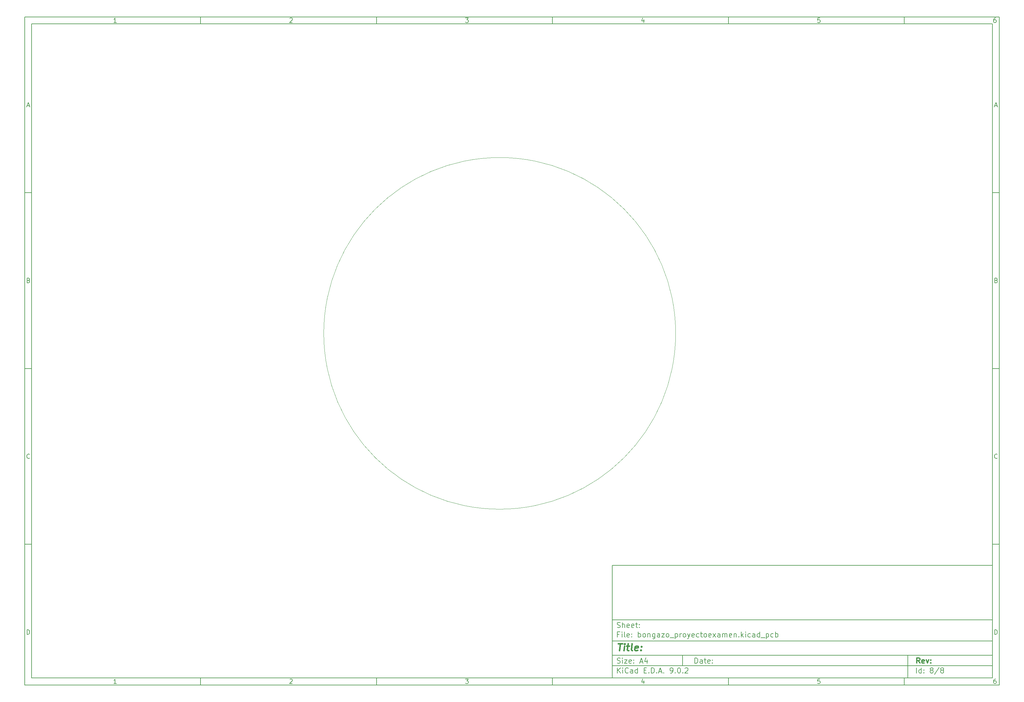
<source format=gbr>
%TF.GenerationSoftware,KiCad,Pcbnew,9.0.2*%
%TF.CreationDate,2025-06-20T15:30:42-04:00*%
%TF.ProjectId,bongazo_proyectoexamen,626f6e67-617a-46f5-9f70-726f79656374,rev?*%
%TF.SameCoordinates,Original*%
%TF.FileFunction,Profile,NP*%
%FSLAX46Y46*%
G04 Gerber Fmt 4.6, Leading zero omitted, Abs format (unit mm)*
G04 Created by KiCad (PCBNEW 9.0.2) date 2025-06-20 15:30:42*
%MOMM*%
%LPD*%
G01*
G04 APERTURE LIST*
%ADD10C,0.100000*%
%ADD11C,0.150000*%
%ADD12C,0.300000*%
%ADD13C,0.400000*%
%TA.AperFunction,Profile*%
%ADD14C,0.050000*%
%TD*%
G04 APERTURE END LIST*
D10*
D11*
X177002200Y-166007200D02*
X285002200Y-166007200D01*
X285002200Y-198007200D01*
X177002200Y-198007200D01*
X177002200Y-166007200D01*
D10*
D11*
X10000000Y-10000000D02*
X287002200Y-10000000D01*
X287002200Y-200007200D01*
X10000000Y-200007200D01*
X10000000Y-10000000D01*
D10*
D11*
X12000000Y-12000000D02*
X285002200Y-12000000D01*
X285002200Y-198007200D01*
X12000000Y-198007200D01*
X12000000Y-12000000D01*
D10*
D11*
X60000000Y-12000000D02*
X60000000Y-10000000D01*
D10*
D11*
X110000000Y-12000000D02*
X110000000Y-10000000D01*
D10*
D11*
X160000000Y-12000000D02*
X160000000Y-10000000D01*
D10*
D11*
X210000000Y-12000000D02*
X210000000Y-10000000D01*
D10*
D11*
X260000000Y-12000000D02*
X260000000Y-10000000D01*
D10*
D11*
X36089160Y-11593604D02*
X35346303Y-11593604D01*
X35717731Y-11593604D02*
X35717731Y-10293604D01*
X35717731Y-10293604D02*
X35593922Y-10479319D01*
X35593922Y-10479319D02*
X35470112Y-10603128D01*
X35470112Y-10603128D02*
X35346303Y-10665033D01*
D10*
D11*
X85346303Y-10417414D02*
X85408207Y-10355509D01*
X85408207Y-10355509D02*
X85532017Y-10293604D01*
X85532017Y-10293604D02*
X85841541Y-10293604D01*
X85841541Y-10293604D02*
X85965350Y-10355509D01*
X85965350Y-10355509D02*
X86027255Y-10417414D01*
X86027255Y-10417414D02*
X86089160Y-10541223D01*
X86089160Y-10541223D02*
X86089160Y-10665033D01*
X86089160Y-10665033D02*
X86027255Y-10850747D01*
X86027255Y-10850747D02*
X85284398Y-11593604D01*
X85284398Y-11593604D02*
X86089160Y-11593604D01*
D10*
D11*
X135284398Y-10293604D02*
X136089160Y-10293604D01*
X136089160Y-10293604D02*
X135655826Y-10788842D01*
X135655826Y-10788842D02*
X135841541Y-10788842D01*
X135841541Y-10788842D02*
X135965350Y-10850747D01*
X135965350Y-10850747D02*
X136027255Y-10912652D01*
X136027255Y-10912652D02*
X136089160Y-11036461D01*
X136089160Y-11036461D02*
X136089160Y-11345985D01*
X136089160Y-11345985D02*
X136027255Y-11469795D01*
X136027255Y-11469795D02*
X135965350Y-11531700D01*
X135965350Y-11531700D02*
X135841541Y-11593604D01*
X135841541Y-11593604D02*
X135470112Y-11593604D01*
X135470112Y-11593604D02*
X135346303Y-11531700D01*
X135346303Y-11531700D02*
X135284398Y-11469795D01*
D10*
D11*
X185965350Y-10726938D02*
X185965350Y-11593604D01*
X185655826Y-10231700D02*
X185346303Y-11160271D01*
X185346303Y-11160271D02*
X186151064Y-11160271D01*
D10*
D11*
X236027255Y-10293604D02*
X235408207Y-10293604D01*
X235408207Y-10293604D02*
X235346303Y-10912652D01*
X235346303Y-10912652D02*
X235408207Y-10850747D01*
X235408207Y-10850747D02*
X235532017Y-10788842D01*
X235532017Y-10788842D02*
X235841541Y-10788842D01*
X235841541Y-10788842D02*
X235965350Y-10850747D01*
X235965350Y-10850747D02*
X236027255Y-10912652D01*
X236027255Y-10912652D02*
X236089160Y-11036461D01*
X236089160Y-11036461D02*
X236089160Y-11345985D01*
X236089160Y-11345985D02*
X236027255Y-11469795D01*
X236027255Y-11469795D02*
X235965350Y-11531700D01*
X235965350Y-11531700D02*
X235841541Y-11593604D01*
X235841541Y-11593604D02*
X235532017Y-11593604D01*
X235532017Y-11593604D02*
X235408207Y-11531700D01*
X235408207Y-11531700D02*
X235346303Y-11469795D01*
D10*
D11*
X285965350Y-10293604D02*
X285717731Y-10293604D01*
X285717731Y-10293604D02*
X285593922Y-10355509D01*
X285593922Y-10355509D02*
X285532017Y-10417414D01*
X285532017Y-10417414D02*
X285408207Y-10603128D01*
X285408207Y-10603128D02*
X285346303Y-10850747D01*
X285346303Y-10850747D02*
X285346303Y-11345985D01*
X285346303Y-11345985D02*
X285408207Y-11469795D01*
X285408207Y-11469795D02*
X285470112Y-11531700D01*
X285470112Y-11531700D02*
X285593922Y-11593604D01*
X285593922Y-11593604D02*
X285841541Y-11593604D01*
X285841541Y-11593604D02*
X285965350Y-11531700D01*
X285965350Y-11531700D02*
X286027255Y-11469795D01*
X286027255Y-11469795D02*
X286089160Y-11345985D01*
X286089160Y-11345985D02*
X286089160Y-11036461D01*
X286089160Y-11036461D02*
X286027255Y-10912652D01*
X286027255Y-10912652D02*
X285965350Y-10850747D01*
X285965350Y-10850747D02*
X285841541Y-10788842D01*
X285841541Y-10788842D02*
X285593922Y-10788842D01*
X285593922Y-10788842D02*
X285470112Y-10850747D01*
X285470112Y-10850747D02*
X285408207Y-10912652D01*
X285408207Y-10912652D02*
X285346303Y-11036461D01*
D10*
D11*
X60000000Y-198007200D02*
X60000000Y-200007200D01*
D10*
D11*
X110000000Y-198007200D02*
X110000000Y-200007200D01*
D10*
D11*
X160000000Y-198007200D02*
X160000000Y-200007200D01*
D10*
D11*
X210000000Y-198007200D02*
X210000000Y-200007200D01*
D10*
D11*
X260000000Y-198007200D02*
X260000000Y-200007200D01*
D10*
D11*
X36089160Y-199600804D02*
X35346303Y-199600804D01*
X35717731Y-199600804D02*
X35717731Y-198300804D01*
X35717731Y-198300804D02*
X35593922Y-198486519D01*
X35593922Y-198486519D02*
X35470112Y-198610328D01*
X35470112Y-198610328D02*
X35346303Y-198672233D01*
D10*
D11*
X85346303Y-198424614D02*
X85408207Y-198362709D01*
X85408207Y-198362709D02*
X85532017Y-198300804D01*
X85532017Y-198300804D02*
X85841541Y-198300804D01*
X85841541Y-198300804D02*
X85965350Y-198362709D01*
X85965350Y-198362709D02*
X86027255Y-198424614D01*
X86027255Y-198424614D02*
X86089160Y-198548423D01*
X86089160Y-198548423D02*
X86089160Y-198672233D01*
X86089160Y-198672233D02*
X86027255Y-198857947D01*
X86027255Y-198857947D02*
X85284398Y-199600804D01*
X85284398Y-199600804D02*
X86089160Y-199600804D01*
D10*
D11*
X135284398Y-198300804D02*
X136089160Y-198300804D01*
X136089160Y-198300804D02*
X135655826Y-198796042D01*
X135655826Y-198796042D02*
X135841541Y-198796042D01*
X135841541Y-198796042D02*
X135965350Y-198857947D01*
X135965350Y-198857947D02*
X136027255Y-198919852D01*
X136027255Y-198919852D02*
X136089160Y-199043661D01*
X136089160Y-199043661D02*
X136089160Y-199353185D01*
X136089160Y-199353185D02*
X136027255Y-199476995D01*
X136027255Y-199476995D02*
X135965350Y-199538900D01*
X135965350Y-199538900D02*
X135841541Y-199600804D01*
X135841541Y-199600804D02*
X135470112Y-199600804D01*
X135470112Y-199600804D02*
X135346303Y-199538900D01*
X135346303Y-199538900D02*
X135284398Y-199476995D01*
D10*
D11*
X185965350Y-198734138D02*
X185965350Y-199600804D01*
X185655826Y-198238900D02*
X185346303Y-199167471D01*
X185346303Y-199167471D02*
X186151064Y-199167471D01*
D10*
D11*
X236027255Y-198300804D02*
X235408207Y-198300804D01*
X235408207Y-198300804D02*
X235346303Y-198919852D01*
X235346303Y-198919852D02*
X235408207Y-198857947D01*
X235408207Y-198857947D02*
X235532017Y-198796042D01*
X235532017Y-198796042D02*
X235841541Y-198796042D01*
X235841541Y-198796042D02*
X235965350Y-198857947D01*
X235965350Y-198857947D02*
X236027255Y-198919852D01*
X236027255Y-198919852D02*
X236089160Y-199043661D01*
X236089160Y-199043661D02*
X236089160Y-199353185D01*
X236089160Y-199353185D02*
X236027255Y-199476995D01*
X236027255Y-199476995D02*
X235965350Y-199538900D01*
X235965350Y-199538900D02*
X235841541Y-199600804D01*
X235841541Y-199600804D02*
X235532017Y-199600804D01*
X235532017Y-199600804D02*
X235408207Y-199538900D01*
X235408207Y-199538900D02*
X235346303Y-199476995D01*
D10*
D11*
X285965350Y-198300804D02*
X285717731Y-198300804D01*
X285717731Y-198300804D02*
X285593922Y-198362709D01*
X285593922Y-198362709D02*
X285532017Y-198424614D01*
X285532017Y-198424614D02*
X285408207Y-198610328D01*
X285408207Y-198610328D02*
X285346303Y-198857947D01*
X285346303Y-198857947D02*
X285346303Y-199353185D01*
X285346303Y-199353185D02*
X285408207Y-199476995D01*
X285408207Y-199476995D02*
X285470112Y-199538900D01*
X285470112Y-199538900D02*
X285593922Y-199600804D01*
X285593922Y-199600804D02*
X285841541Y-199600804D01*
X285841541Y-199600804D02*
X285965350Y-199538900D01*
X285965350Y-199538900D02*
X286027255Y-199476995D01*
X286027255Y-199476995D02*
X286089160Y-199353185D01*
X286089160Y-199353185D02*
X286089160Y-199043661D01*
X286089160Y-199043661D02*
X286027255Y-198919852D01*
X286027255Y-198919852D02*
X285965350Y-198857947D01*
X285965350Y-198857947D02*
X285841541Y-198796042D01*
X285841541Y-198796042D02*
X285593922Y-198796042D01*
X285593922Y-198796042D02*
X285470112Y-198857947D01*
X285470112Y-198857947D02*
X285408207Y-198919852D01*
X285408207Y-198919852D02*
X285346303Y-199043661D01*
D10*
D11*
X10000000Y-60000000D02*
X12000000Y-60000000D01*
D10*
D11*
X10000000Y-110000000D02*
X12000000Y-110000000D01*
D10*
D11*
X10000000Y-160000000D02*
X12000000Y-160000000D01*
D10*
D11*
X10690476Y-35222176D02*
X11309523Y-35222176D01*
X10566666Y-35593604D02*
X10999999Y-34293604D01*
X10999999Y-34293604D02*
X11433333Y-35593604D01*
D10*
D11*
X11092857Y-84912652D02*
X11278571Y-84974557D01*
X11278571Y-84974557D02*
X11340476Y-85036461D01*
X11340476Y-85036461D02*
X11402380Y-85160271D01*
X11402380Y-85160271D02*
X11402380Y-85345985D01*
X11402380Y-85345985D02*
X11340476Y-85469795D01*
X11340476Y-85469795D02*
X11278571Y-85531700D01*
X11278571Y-85531700D02*
X11154761Y-85593604D01*
X11154761Y-85593604D02*
X10659523Y-85593604D01*
X10659523Y-85593604D02*
X10659523Y-84293604D01*
X10659523Y-84293604D02*
X11092857Y-84293604D01*
X11092857Y-84293604D02*
X11216666Y-84355509D01*
X11216666Y-84355509D02*
X11278571Y-84417414D01*
X11278571Y-84417414D02*
X11340476Y-84541223D01*
X11340476Y-84541223D02*
X11340476Y-84665033D01*
X11340476Y-84665033D02*
X11278571Y-84788842D01*
X11278571Y-84788842D02*
X11216666Y-84850747D01*
X11216666Y-84850747D02*
X11092857Y-84912652D01*
X11092857Y-84912652D02*
X10659523Y-84912652D01*
D10*
D11*
X11402380Y-135469795D02*
X11340476Y-135531700D01*
X11340476Y-135531700D02*
X11154761Y-135593604D01*
X11154761Y-135593604D02*
X11030952Y-135593604D01*
X11030952Y-135593604D02*
X10845238Y-135531700D01*
X10845238Y-135531700D02*
X10721428Y-135407890D01*
X10721428Y-135407890D02*
X10659523Y-135284080D01*
X10659523Y-135284080D02*
X10597619Y-135036461D01*
X10597619Y-135036461D02*
X10597619Y-134850747D01*
X10597619Y-134850747D02*
X10659523Y-134603128D01*
X10659523Y-134603128D02*
X10721428Y-134479319D01*
X10721428Y-134479319D02*
X10845238Y-134355509D01*
X10845238Y-134355509D02*
X11030952Y-134293604D01*
X11030952Y-134293604D02*
X11154761Y-134293604D01*
X11154761Y-134293604D02*
X11340476Y-134355509D01*
X11340476Y-134355509D02*
X11402380Y-134417414D01*
D10*
D11*
X10659523Y-185593604D02*
X10659523Y-184293604D01*
X10659523Y-184293604D02*
X10969047Y-184293604D01*
X10969047Y-184293604D02*
X11154761Y-184355509D01*
X11154761Y-184355509D02*
X11278571Y-184479319D01*
X11278571Y-184479319D02*
X11340476Y-184603128D01*
X11340476Y-184603128D02*
X11402380Y-184850747D01*
X11402380Y-184850747D02*
X11402380Y-185036461D01*
X11402380Y-185036461D02*
X11340476Y-185284080D01*
X11340476Y-185284080D02*
X11278571Y-185407890D01*
X11278571Y-185407890D02*
X11154761Y-185531700D01*
X11154761Y-185531700D02*
X10969047Y-185593604D01*
X10969047Y-185593604D02*
X10659523Y-185593604D01*
D10*
D11*
X287002200Y-60000000D02*
X285002200Y-60000000D01*
D10*
D11*
X287002200Y-110000000D02*
X285002200Y-110000000D01*
D10*
D11*
X287002200Y-160000000D02*
X285002200Y-160000000D01*
D10*
D11*
X285692676Y-35222176D02*
X286311723Y-35222176D01*
X285568866Y-35593604D02*
X286002199Y-34293604D01*
X286002199Y-34293604D02*
X286435533Y-35593604D01*
D10*
D11*
X286095057Y-84912652D02*
X286280771Y-84974557D01*
X286280771Y-84974557D02*
X286342676Y-85036461D01*
X286342676Y-85036461D02*
X286404580Y-85160271D01*
X286404580Y-85160271D02*
X286404580Y-85345985D01*
X286404580Y-85345985D02*
X286342676Y-85469795D01*
X286342676Y-85469795D02*
X286280771Y-85531700D01*
X286280771Y-85531700D02*
X286156961Y-85593604D01*
X286156961Y-85593604D02*
X285661723Y-85593604D01*
X285661723Y-85593604D02*
X285661723Y-84293604D01*
X285661723Y-84293604D02*
X286095057Y-84293604D01*
X286095057Y-84293604D02*
X286218866Y-84355509D01*
X286218866Y-84355509D02*
X286280771Y-84417414D01*
X286280771Y-84417414D02*
X286342676Y-84541223D01*
X286342676Y-84541223D02*
X286342676Y-84665033D01*
X286342676Y-84665033D02*
X286280771Y-84788842D01*
X286280771Y-84788842D02*
X286218866Y-84850747D01*
X286218866Y-84850747D02*
X286095057Y-84912652D01*
X286095057Y-84912652D02*
X285661723Y-84912652D01*
D10*
D11*
X286404580Y-135469795D02*
X286342676Y-135531700D01*
X286342676Y-135531700D02*
X286156961Y-135593604D01*
X286156961Y-135593604D02*
X286033152Y-135593604D01*
X286033152Y-135593604D02*
X285847438Y-135531700D01*
X285847438Y-135531700D02*
X285723628Y-135407890D01*
X285723628Y-135407890D02*
X285661723Y-135284080D01*
X285661723Y-135284080D02*
X285599819Y-135036461D01*
X285599819Y-135036461D02*
X285599819Y-134850747D01*
X285599819Y-134850747D02*
X285661723Y-134603128D01*
X285661723Y-134603128D02*
X285723628Y-134479319D01*
X285723628Y-134479319D02*
X285847438Y-134355509D01*
X285847438Y-134355509D02*
X286033152Y-134293604D01*
X286033152Y-134293604D02*
X286156961Y-134293604D01*
X286156961Y-134293604D02*
X286342676Y-134355509D01*
X286342676Y-134355509D02*
X286404580Y-134417414D01*
D10*
D11*
X285661723Y-185593604D02*
X285661723Y-184293604D01*
X285661723Y-184293604D02*
X285971247Y-184293604D01*
X285971247Y-184293604D02*
X286156961Y-184355509D01*
X286156961Y-184355509D02*
X286280771Y-184479319D01*
X286280771Y-184479319D02*
X286342676Y-184603128D01*
X286342676Y-184603128D02*
X286404580Y-184850747D01*
X286404580Y-184850747D02*
X286404580Y-185036461D01*
X286404580Y-185036461D02*
X286342676Y-185284080D01*
X286342676Y-185284080D02*
X286280771Y-185407890D01*
X286280771Y-185407890D02*
X286156961Y-185531700D01*
X286156961Y-185531700D02*
X285971247Y-185593604D01*
X285971247Y-185593604D02*
X285661723Y-185593604D01*
D10*
D11*
X200458026Y-193793328D02*
X200458026Y-192293328D01*
X200458026Y-192293328D02*
X200815169Y-192293328D01*
X200815169Y-192293328D02*
X201029455Y-192364757D01*
X201029455Y-192364757D02*
X201172312Y-192507614D01*
X201172312Y-192507614D02*
X201243741Y-192650471D01*
X201243741Y-192650471D02*
X201315169Y-192936185D01*
X201315169Y-192936185D02*
X201315169Y-193150471D01*
X201315169Y-193150471D02*
X201243741Y-193436185D01*
X201243741Y-193436185D02*
X201172312Y-193579042D01*
X201172312Y-193579042D02*
X201029455Y-193721900D01*
X201029455Y-193721900D02*
X200815169Y-193793328D01*
X200815169Y-193793328D02*
X200458026Y-193793328D01*
X202600884Y-193793328D02*
X202600884Y-193007614D01*
X202600884Y-193007614D02*
X202529455Y-192864757D01*
X202529455Y-192864757D02*
X202386598Y-192793328D01*
X202386598Y-192793328D02*
X202100884Y-192793328D01*
X202100884Y-192793328D02*
X201958026Y-192864757D01*
X202600884Y-193721900D02*
X202458026Y-193793328D01*
X202458026Y-193793328D02*
X202100884Y-193793328D01*
X202100884Y-193793328D02*
X201958026Y-193721900D01*
X201958026Y-193721900D02*
X201886598Y-193579042D01*
X201886598Y-193579042D02*
X201886598Y-193436185D01*
X201886598Y-193436185D02*
X201958026Y-193293328D01*
X201958026Y-193293328D02*
X202100884Y-193221900D01*
X202100884Y-193221900D02*
X202458026Y-193221900D01*
X202458026Y-193221900D02*
X202600884Y-193150471D01*
X203100884Y-192793328D02*
X203672312Y-192793328D01*
X203315169Y-192293328D02*
X203315169Y-193579042D01*
X203315169Y-193579042D02*
X203386598Y-193721900D01*
X203386598Y-193721900D02*
X203529455Y-193793328D01*
X203529455Y-193793328D02*
X203672312Y-193793328D01*
X204743741Y-193721900D02*
X204600884Y-193793328D01*
X204600884Y-193793328D02*
X204315170Y-193793328D01*
X204315170Y-193793328D02*
X204172312Y-193721900D01*
X204172312Y-193721900D02*
X204100884Y-193579042D01*
X204100884Y-193579042D02*
X204100884Y-193007614D01*
X204100884Y-193007614D02*
X204172312Y-192864757D01*
X204172312Y-192864757D02*
X204315170Y-192793328D01*
X204315170Y-192793328D02*
X204600884Y-192793328D01*
X204600884Y-192793328D02*
X204743741Y-192864757D01*
X204743741Y-192864757D02*
X204815170Y-193007614D01*
X204815170Y-193007614D02*
X204815170Y-193150471D01*
X204815170Y-193150471D02*
X204100884Y-193293328D01*
X205458026Y-193650471D02*
X205529455Y-193721900D01*
X205529455Y-193721900D02*
X205458026Y-193793328D01*
X205458026Y-193793328D02*
X205386598Y-193721900D01*
X205386598Y-193721900D02*
X205458026Y-193650471D01*
X205458026Y-193650471D02*
X205458026Y-193793328D01*
X205458026Y-192864757D02*
X205529455Y-192936185D01*
X205529455Y-192936185D02*
X205458026Y-193007614D01*
X205458026Y-193007614D02*
X205386598Y-192936185D01*
X205386598Y-192936185D02*
X205458026Y-192864757D01*
X205458026Y-192864757D02*
X205458026Y-193007614D01*
D10*
D11*
X177002200Y-194507200D02*
X285002200Y-194507200D01*
D10*
D11*
X178458026Y-196593328D02*
X178458026Y-195093328D01*
X179315169Y-196593328D02*
X178672312Y-195736185D01*
X179315169Y-195093328D02*
X178458026Y-195950471D01*
X179958026Y-196593328D02*
X179958026Y-195593328D01*
X179958026Y-195093328D02*
X179886598Y-195164757D01*
X179886598Y-195164757D02*
X179958026Y-195236185D01*
X179958026Y-195236185D02*
X180029455Y-195164757D01*
X180029455Y-195164757D02*
X179958026Y-195093328D01*
X179958026Y-195093328D02*
X179958026Y-195236185D01*
X181529455Y-196450471D02*
X181458027Y-196521900D01*
X181458027Y-196521900D02*
X181243741Y-196593328D01*
X181243741Y-196593328D02*
X181100884Y-196593328D01*
X181100884Y-196593328D02*
X180886598Y-196521900D01*
X180886598Y-196521900D02*
X180743741Y-196379042D01*
X180743741Y-196379042D02*
X180672312Y-196236185D01*
X180672312Y-196236185D02*
X180600884Y-195950471D01*
X180600884Y-195950471D02*
X180600884Y-195736185D01*
X180600884Y-195736185D02*
X180672312Y-195450471D01*
X180672312Y-195450471D02*
X180743741Y-195307614D01*
X180743741Y-195307614D02*
X180886598Y-195164757D01*
X180886598Y-195164757D02*
X181100884Y-195093328D01*
X181100884Y-195093328D02*
X181243741Y-195093328D01*
X181243741Y-195093328D02*
X181458027Y-195164757D01*
X181458027Y-195164757D02*
X181529455Y-195236185D01*
X182815170Y-196593328D02*
X182815170Y-195807614D01*
X182815170Y-195807614D02*
X182743741Y-195664757D01*
X182743741Y-195664757D02*
X182600884Y-195593328D01*
X182600884Y-195593328D02*
X182315170Y-195593328D01*
X182315170Y-195593328D02*
X182172312Y-195664757D01*
X182815170Y-196521900D02*
X182672312Y-196593328D01*
X182672312Y-196593328D02*
X182315170Y-196593328D01*
X182315170Y-196593328D02*
X182172312Y-196521900D01*
X182172312Y-196521900D02*
X182100884Y-196379042D01*
X182100884Y-196379042D02*
X182100884Y-196236185D01*
X182100884Y-196236185D02*
X182172312Y-196093328D01*
X182172312Y-196093328D02*
X182315170Y-196021900D01*
X182315170Y-196021900D02*
X182672312Y-196021900D01*
X182672312Y-196021900D02*
X182815170Y-195950471D01*
X184172313Y-196593328D02*
X184172313Y-195093328D01*
X184172313Y-196521900D02*
X184029455Y-196593328D01*
X184029455Y-196593328D02*
X183743741Y-196593328D01*
X183743741Y-196593328D02*
X183600884Y-196521900D01*
X183600884Y-196521900D02*
X183529455Y-196450471D01*
X183529455Y-196450471D02*
X183458027Y-196307614D01*
X183458027Y-196307614D02*
X183458027Y-195879042D01*
X183458027Y-195879042D02*
X183529455Y-195736185D01*
X183529455Y-195736185D02*
X183600884Y-195664757D01*
X183600884Y-195664757D02*
X183743741Y-195593328D01*
X183743741Y-195593328D02*
X184029455Y-195593328D01*
X184029455Y-195593328D02*
X184172313Y-195664757D01*
X186029455Y-195807614D02*
X186529455Y-195807614D01*
X186743741Y-196593328D02*
X186029455Y-196593328D01*
X186029455Y-196593328D02*
X186029455Y-195093328D01*
X186029455Y-195093328D02*
X186743741Y-195093328D01*
X187386598Y-196450471D02*
X187458027Y-196521900D01*
X187458027Y-196521900D02*
X187386598Y-196593328D01*
X187386598Y-196593328D02*
X187315170Y-196521900D01*
X187315170Y-196521900D02*
X187386598Y-196450471D01*
X187386598Y-196450471D02*
X187386598Y-196593328D01*
X188100884Y-196593328D02*
X188100884Y-195093328D01*
X188100884Y-195093328D02*
X188458027Y-195093328D01*
X188458027Y-195093328D02*
X188672313Y-195164757D01*
X188672313Y-195164757D02*
X188815170Y-195307614D01*
X188815170Y-195307614D02*
X188886599Y-195450471D01*
X188886599Y-195450471D02*
X188958027Y-195736185D01*
X188958027Y-195736185D02*
X188958027Y-195950471D01*
X188958027Y-195950471D02*
X188886599Y-196236185D01*
X188886599Y-196236185D02*
X188815170Y-196379042D01*
X188815170Y-196379042D02*
X188672313Y-196521900D01*
X188672313Y-196521900D02*
X188458027Y-196593328D01*
X188458027Y-196593328D02*
X188100884Y-196593328D01*
X189600884Y-196450471D02*
X189672313Y-196521900D01*
X189672313Y-196521900D02*
X189600884Y-196593328D01*
X189600884Y-196593328D02*
X189529456Y-196521900D01*
X189529456Y-196521900D02*
X189600884Y-196450471D01*
X189600884Y-196450471D02*
X189600884Y-196593328D01*
X190243742Y-196164757D02*
X190958028Y-196164757D01*
X190100885Y-196593328D02*
X190600885Y-195093328D01*
X190600885Y-195093328D02*
X191100885Y-196593328D01*
X191600884Y-196450471D02*
X191672313Y-196521900D01*
X191672313Y-196521900D02*
X191600884Y-196593328D01*
X191600884Y-196593328D02*
X191529456Y-196521900D01*
X191529456Y-196521900D02*
X191600884Y-196450471D01*
X191600884Y-196450471D02*
X191600884Y-196593328D01*
X193529456Y-196593328D02*
X193815170Y-196593328D01*
X193815170Y-196593328D02*
X193958027Y-196521900D01*
X193958027Y-196521900D02*
X194029456Y-196450471D01*
X194029456Y-196450471D02*
X194172313Y-196236185D01*
X194172313Y-196236185D02*
X194243742Y-195950471D01*
X194243742Y-195950471D02*
X194243742Y-195379042D01*
X194243742Y-195379042D02*
X194172313Y-195236185D01*
X194172313Y-195236185D02*
X194100885Y-195164757D01*
X194100885Y-195164757D02*
X193958027Y-195093328D01*
X193958027Y-195093328D02*
X193672313Y-195093328D01*
X193672313Y-195093328D02*
X193529456Y-195164757D01*
X193529456Y-195164757D02*
X193458027Y-195236185D01*
X193458027Y-195236185D02*
X193386599Y-195379042D01*
X193386599Y-195379042D02*
X193386599Y-195736185D01*
X193386599Y-195736185D02*
X193458027Y-195879042D01*
X193458027Y-195879042D02*
X193529456Y-195950471D01*
X193529456Y-195950471D02*
X193672313Y-196021900D01*
X193672313Y-196021900D02*
X193958027Y-196021900D01*
X193958027Y-196021900D02*
X194100885Y-195950471D01*
X194100885Y-195950471D02*
X194172313Y-195879042D01*
X194172313Y-195879042D02*
X194243742Y-195736185D01*
X194886598Y-196450471D02*
X194958027Y-196521900D01*
X194958027Y-196521900D02*
X194886598Y-196593328D01*
X194886598Y-196593328D02*
X194815170Y-196521900D01*
X194815170Y-196521900D02*
X194886598Y-196450471D01*
X194886598Y-196450471D02*
X194886598Y-196593328D01*
X195886599Y-195093328D02*
X196029456Y-195093328D01*
X196029456Y-195093328D02*
X196172313Y-195164757D01*
X196172313Y-195164757D02*
X196243742Y-195236185D01*
X196243742Y-195236185D02*
X196315170Y-195379042D01*
X196315170Y-195379042D02*
X196386599Y-195664757D01*
X196386599Y-195664757D02*
X196386599Y-196021900D01*
X196386599Y-196021900D02*
X196315170Y-196307614D01*
X196315170Y-196307614D02*
X196243742Y-196450471D01*
X196243742Y-196450471D02*
X196172313Y-196521900D01*
X196172313Y-196521900D02*
X196029456Y-196593328D01*
X196029456Y-196593328D02*
X195886599Y-196593328D01*
X195886599Y-196593328D02*
X195743742Y-196521900D01*
X195743742Y-196521900D02*
X195672313Y-196450471D01*
X195672313Y-196450471D02*
X195600884Y-196307614D01*
X195600884Y-196307614D02*
X195529456Y-196021900D01*
X195529456Y-196021900D02*
X195529456Y-195664757D01*
X195529456Y-195664757D02*
X195600884Y-195379042D01*
X195600884Y-195379042D02*
X195672313Y-195236185D01*
X195672313Y-195236185D02*
X195743742Y-195164757D01*
X195743742Y-195164757D02*
X195886599Y-195093328D01*
X197029455Y-196450471D02*
X197100884Y-196521900D01*
X197100884Y-196521900D02*
X197029455Y-196593328D01*
X197029455Y-196593328D02*
X196958027Y-196521900D01*
X196958027Y-196521900D02*
X197029455Y-196450471D01*
X197029455Y-196450471D02*
X197029455Y-196593328D01*
X197672313Y-195236185D02*
X197743741Y-195164757D01*
X197743741Y-195164757D02*
X197886599Y-195093328D01*
X197886599Y-195093328D02*
X198243741Y-195093328D01*
X198243741Y-195093328D02*
X198386599Y-195164757D01*
X198386599Y-195164757D02*
X198458027Y-195236185D01*
X198458027Y-195236185D02*
X198529456Y-195379042D01*
X198529456Y-195379042D02*
X198529456Y-195521900D01*
X198529456Y-195521900D02*
X198458027Y-195736185D01*
X198458027Y-195736185D02*
X197600884Y-196593328D01*
X197600884Y-196593328D02*
X198529456Y-196593328D01*
D10*
D11*
X177002200Y-191507200D02*
X285002200Y-191507200D01*
D10*
D12*
X264413853Y-193785528D02*
X263913853Y-193071242D01*
X263556710Y-193785528D02*
X263556710Y-192285528D01*
X263556710Y-192285528D02*
X264128139Y-192285528D01*
X264128139Y-192285528D02*
X264270996Y-192356957D01*
X264270996Y-192356957D02*
X264342425Y-192428385D01*
X264342425Y-192428385D02*
X264413853Y-192571242D01*
X264413853Y-192571242D02*
X264413853Y-192785528D01*
X264413853Y-192785528D02*
X264342425Y-192928385D01*
X264342425Y-192928385D02*
X264270996Y-192999814D01*
X264270996Y-192999814D02*
X264128139Y-193071242D01*
X264128139Y-193071242D02*
X263556710Y-193071242D01*
X265628139Y-193714100D02*
X265485282Y-193785528D01*
X265485282Y-193785528D02*
X265199568Y-193785528D01*
X265199568Y-193785528D02*
X265056710Y-193714100D01*
X265056710Y-193714100D02*
X264985282Y-193571242D01*
X264985282Y-193571242D02*
X264985282Y-192999814D01*
X264985282Y-192999814D02*
X265056710Y-192856957D01*
X265056710Y-192856957D02*
X265199568Y-192785528D01*
X265199568Y-192785528D02*
X265485282Y-192785528D01*
X265485282Y-192785528D02*
X265628139Y-192856957D01*
X265628139Y-192856957D02*
X265699568Y-192999814D01*
X265699568Y-192999814D02*
X265699568Y-193142671D01*
X265699568Y-193142671D02*
X264985282Y-193285528D01*
X266199567Y-192785528D02*
X266556710Y-193785528D01*
X266556710Y-193785528D02*
X266913853Y-192785528D01*
X267485281Y-193642671D02*
X267556710Y-193714100D01*
X267556710Y-193714100D02*
X267485281Y-193785528D01*
X267485281Y-193785528D02*
X267413853Y-193714100D01*
X267413853Y-193714100D02*
X267485281Y-193642671D01*
X267485281Y-193642671D02*
X267485281Y-193785528D01*
X267485281Y-192856957D02*
X267556710Y-192928385D01*
X267556710Y-192928385D02*
X267485281Y-192999814D01*
X267485281Y-192999814D02*
X267413853Y-192928385D01*
X267413853Y-192928385D02*
X267485281Y-192856957D01*
X267485281Y-192856957D02*
X267485281Y-192999814D01*
D10*
D11*
X178386598Y-193721900D02*
X178600884Y-193793328D01*
X178600884Y-193793328D02*
X178958026Y-193793328D01*
X178958026Y-193793328D02*
X179100884Y-193721900D01*
X179100884Y-193721900D02*
X179172312Y-193650471D01*
X179172312Y-193650471D02*
X179243741Y-193507614D01*
X179243741Y-193507614D02*
X179243741Y-193364757D01*
X179243741Y-193364757D02*
X179172312Y-193221900D01*
X179172312Y-193221900D02*
X179100884Y-193150471D01*
X179100884Y-193150471D02*
X178958026Y-193079042D01*
X178958026Y-193079042D02*
X178672312Y-193007614D01*
X178672312Y-193007614D02*
X178529455Y-192936185D01*
X178529455Y-192936185D02*
X178458026Y-192864757D01*
X178458026Y-192864757D02*
X178386598Y-192721900D01*
X178386598Y-192721900D02*
X178386598Y-192579042D01*
X178386598Y-192579042D02*
X178458026Y-192436185D01*
X178458026Y-192436185D02*
X178529455Y-192364757D01*
X178529455Y-192364757D02*
X178672312Y-192293328D01*
X178672312Y-192293328D02*
X179029455Y-192293328D01*
X179029455Y-192293328D02*
X179243741Y-192364757D01*
X179886597Y-193793328D02*
X179886597Y-192793328D01*
X179886597Y-192293328D02*
X179815169Y-192364757D01*
X179815169Y-192364757D02*
X179886597Y-192436185D01*
X179886597Y-192436185D02*
X179958026Y-192364757D01*
X179958026Y-192364757D02*
X179886597Y-192293328D01*
X179886597Y-192293328D02*
X179886597Y-192436185D01*
X180458026Y-192793328D02*
X181243741Y-192793328D01*
X181243741Y-192793328D02*
X180458026Y-193793328D01*
X180458026Y-193793328D02*
X181243741Y-193793328D01*
X182386598Y-193721900D02*
X182243741Y-193793328D01*
X182243741Y-193793328D02*
X181958027Y-193793328D01*
X181958027Y-193793328D02*
X181815169Y-193721900D01*
X181815169Y-193721900D02*
X181743741Y-193579042D01*
X181743741Y-193579042D02*
X181743741Y-193007614D01*
X181743741Y-193007614D02*
X181815169Y-192864757D01*
X181815169Y-192864757D02*
X181958027Y-192793328D01*
X181958027Y-192793328D02*
X182243741Y-192793328D01*
X182243741Y-192793328D02*
X182386598Y-192864757D01*
X182386598Y-192864757D02*
X182458027Y-193007614D01*
X182458027Y-193007614D02*
X182458027Y-193150471D01*
X182458027Y-193150471D02*
X181743741Y-193293328D01*
X183100883Y-193650471D02*
X183172312Y-193721900D01*
X183172312Y-193721900D02*
X183100883Y-193793328D01*
X183100883Y-193793328D02*
X183029455Y-193721900D01*
X183029455Y-193721900D02*
X183100883Y-193650471D01*
X183100883Y-193650471D02*
X183100883Y-193793328D01*
X183100883Y-192864757D02*
X183172312Y-192936185D01*
X183172312Y-192936185D02*
X183100883Y-193007614D01*
X183100883Y-193007614D02*
X183029455Y-192936185D01*
X183029455Y-192936185D02*
X183100883Y-192864757D01*
X183100883Y-192864757D02*
X183100883Y-193007614D01*
X184886598Y-193364757D02*
X185600884Y-193364757D01*
X184743741Y-193793328D02*
X185243741Y-192293328D01*
X185243741Y-192293328D02*
X185743741Y-193793328D01*
X186886598Y-192793328D02*
X186886598Y-193793328D01*
X186529455Y-192221900D02*
X186172312Y-193293328D01*
X186172312Y-193293328D02*
X187100883Y-193293328D01*
D10*
D11*
X263458026Y-196593328D02*
X263458026Y-195093328D01*
X264815170Y-196593328D02*
X264815170Y-195093328D01*
X264815170Y-196521900D02*
X264672312Y-196593328D01*
X264672312Y-196593328D02*
X264386598Y-196593328D01*
X264386598Y-196593328D02*
X264243741Y-196521900D01*
X264243741Y-196521900D02*
X264172312Y-196450471D01*
X264172312Y-196450471D02*
X264100884Y-196307614D01*
X264100884Y-196307614D02*
X264100884Y-195879042D01*
X264100884Y-195879042D02*
X264172312Y-195736185D01*
X264172312Y-195736185D02*
X264243741Y-195664757D01*
X264243741Y-195664757D02*
X264386598Y-195593328D01*
X264386598Y-195593328D02*
X264672312Y-195593328D01*
X264672312Y-195593328D02*
X264815170Y-195664757D01*
X265529455Y-196450471D02*
X265600884Y-196521900D01*
X265600884Y-196521900D02*
X265529455Y-196593328D01*
X265529455Y-196593328D02*
X265458027Y-196521900D01*
X265458027Y-196521900D02*
X265529455Y-196450471D01*
X265529455Y-196450471D02*
X265529455Y-196593328D01*
X265529455Y-195664757D02*
X265600884Y-195736185D01*
X265600884Y-195736185D02*
X265529455Y-195807614D01*
X265529455Y-195807614D02*
X265458027Y-195736185D01*
X265458027Y-195736185D02*
X265529455Y-195664757D01*
X265529455Y-195664757D02*
X265529455Y-195807614D01*
X267600884Y-195736185D02*
X267458027Y-195664757D01*
X267458027Y-195664757D02*
X267386598Y-195593328D01*
X267386598Y-195593328D02*
X267315170Y-195450471D01*
X267315170Y-195450471D02*
X267315170Y-195379042D01*
X267315170Y-195379042D02*
X267386598Y-195236185D01*
X267386598Y-195236185D02*
X267458027Y-195164757D01*
X267458027Y-195164757D02*
X267600884Y-195093328D01*
X267600884Y-195093328D02*
X267886598Y-195093328D01*
X267886598Y-195093328D02*
X268029456Y-195164757D01*
X268029456Y-195164757D02*
X268100884Y-195236185D01*
X268100884Y-195236185D02*
X268172313Y-195379042D01*
X268172313Y-195379042D02*
X268172313Y-195450471D01*
X268172313Y-195450471D02*
X268100884Y-195593328D01*
X268100884Y-195593328D02*
X268029456Y-195664757D01*
X268029456Y-195664757D02*
X267886598Y-195736185D01*
X267886598Y-195736185D02*
X267600884Y-195736185D01*
X267600884Y-195736185D02*
X267458027Y-195807614D01*
X267458027Y-195807614D02*
X267386598Y-195879042D01*
X267386598Y-195879042D02*
X267315170Y-196021900D01*
X267315170Y-196021900D02*
X267315170Y-196307614D01*
X267315170Y-196307614D02*
X267386598Y-196450471D01*
X267386598Y-196450471D02*
X267458027Y-196521900D01*
X267458027Y-196521900D02*
X267600884Y-196593328D01*
X267600884Y-196593328D02*
X267886598Y-196593328D01*
X267886598Y-196593328D02*
X268029456Y-196521900D01*
X268029456Y-196521900D02*
X268100884Y-196450471D01*
X268100884Y-196450471D02*
X268172313Y-196307614D01*
X268172313Y-196307614D02*
X268172313Y-196021900D01*
X268172313Y-196021900D02*
X268100884Y-195879042D01*
X268100884Y-195879042D02*
X268029456Y-195807614D01*
X268029456Y-195807614D02*
X267886598Y-195736185D01*
X269886598Y-195021900D02*
X268600884Y-196950471D01*
X270600884Y-195736185D02*
X270458027Y-195664757D01*
X270458027Y-195664757D02*
X270386598Y-195593328D01*
X270386598Y-195593328D02*
X270315170Y-195450471D01*
X270315170Y-195450471D02*
X270315170Y-195379042D01*
X270315170Y-195379042D02*
X270386598Y-195236185D01*
X270386598Y-195236185D02*
X270458027Y-195164757D01*
X270458027Y-195164757D02*
X270600884Y-195093328D01*
X270600884Y-195093328D02*
X270886598Y-195093328D01*
X270886598Y-195093328D02*
X271029456Y-195164757D01*
X271029456Y-195164757D02*
X271100884Y-195236185D01*
X271100884Y-195236185D02*
X271172313Y-195379042D01*
X271172313Y-195379042D02*
X271172313Y-195450471D01*
X271172313Y-195450471D02*
X271100884Y-195593328D01*
X271100884Y-195593328D02*
X271029456Y-195664757D01*
X271029456Y-195664757D02*
X270886598Y-195736185D01*
X270886598Y-195736185D02*
X270600884Y-195736185D01*
X270600884Y-195736185D02*
X270458027Y-195807614D01*
X270458027Y-195807614D02*
X270386598Y-195879042D01*
X270386598Y-195879042D02*
X270315170Y-196021900D01*
X270315170Y-196021900D02*
X270315170Y-196307614D01*
X270315170Y-196307614D02*
X270386598Y-196450471D01*
X270386598Y-196450471D02*
X270458027Y-196521900D01*
X270458027Y-196521900D02*
X270600884Y-196593328D01*
X270600884Y-196593328D02*
X270886598Y-196593328D01*
X270886598Y-196593328D02*
X271029456Y-196521900D01*
X271029456Y-196521900D02*
X271100884Y-196450471D01*
X271100884Y-196450471D02*
X271172313Y-196307614D01*
X271172313Y-196307614D02*
X271172313Y-196021900D01*
X271172313Y-196021900D02*
X271100884Y-195879042D01*
X271100884Y-195879042D02*
X271029456Y-195807614D01*
X271029456Y-195807614D02*
X270886598Y-195736185D01*
D10*
D11*
X177002200Y-187507200D02*
X285002200Y-187507200D01*
D10*
D13*
X178693928Y-188211638D02*
X179836785Y-188211638D01*
X179015357Y-190211638D02*
X179265357Y-188211638D01*
X180253452Y-190211638D02*
X180420119Y-188878304D01*
X180503452Y-188211638D02*
X180396309Y-188306876D01*
X180396309Y-188306876D02*
X180479643Y-188402114D01*
X180479643Y-188402114D02*
X180586786Y-188306876D01*
X180586786Y-188306876D02*
X180503452Y-188211638D01*
X180503452Y-188211638D02*
X180479643Y-188402114D01*
X181086786Y-188878304D02*
X181848690Y-188878304D01*
X181455833Y-188211638D02*
X181241548Y-189925923D01*
X181241548Y-189925923D02*
X181312976Y-190116400D01*
X181312976Y-190116400D02*
X181491548Y-190211638D01*
X181491548Y-190211638D02*
X181682024Y-190211638D01*
X182634405Y-190211638D02*
X182455833Y-190116400D01*
X182455833Y-190116400D02*
X182384405Y-189925923D01*
X182384405Y-189925923D02*
X182598690Y-188211638D01*
X184170119Y-190116400D02*
X183967738Y-190211638D01*
X183967738Y-190211638D02*
X183586785Y-190211638D01*
X183586785Y-190211638D02*
X183408214Y-190116400D01*
X183408214Y-190116400D02*
X183336785Y-189925923D01*
X183336785Y-189925923D02*
X183432024Y-189164019D01*
X183432024Y-189164019D02*
X183551071Y-188973542D01*
X183551071Y-188973542D02*
X183753452Y-188878304D01*
X183753452Y-188878304D02*
X184134404Y-188878304D01*
X184134404Y-188878304D02*
X184312976Y-188973542D01*
X184312976Y-188973542D02*
X184384404Y-189164019D01*
X184384404Y-189164019D02*
X184360595Y-189354495D01*
X184360595Y-189354495D02*
X183384404Y-189544971D01*
X185134405Y-190021161D02*
X185217738Y-190116400D01*
X185217738Y-190116400D02*
X185110595Y-190211638D01*
X185110595Y-190211638D02*
X185027262Y-190116400D01*
X185027262Y-190116400D02*
X185134405Y-190021161D01*
X185134405Y-190021161D02*
X185110595Y-190211638D01*
X185265357Y-188973542D02*
X185348690Y-189068780D01*
X185348690Y-189068780D02*
X185241548Y-189164019D01*
X185241548Y-189164019D02*
X185158214Y-189068780D01*
X185158214Y-189068780D02*
X185265357Y-188973542D01*
X185265357Y-188973542D02*
X185241548Y-189164019D01*
D10*
D11*
X178958026Y-185607614D02*
X178458026Y-185607614D01*
X178458026Y-186393328D02*
X178458026Y-184893328D01*
X178458026Y-184893328D02*
X179172312Y-184893328D01*
X179743740Y-186393328D02*
X179743740Y-185393328D01*
X179743740Y-184893328D02*
X179672312Y-184964757D01*
X179672312Y-184964757D02*
X179743740Y-185036185D01*
X179743740Y-185036185D02*
X179815169Y-184964757D01*
X179815169Y-184964757D02*
X179743740Y-184893328D01*
X179743740Y-184893328D02*
X179743740Y-185036185D01*
X180672312Y-186393328D02*
X180529455Y-186321900D01*
X180529455Y-186321900D02*
X180458026Y-186179042D01*
X180458026Y-186179042D02*
X180458026Y-184893328D01*
X181815169Y-186321900D02*
X181672312Y-186393328D01*
X181672312Y-186393328D02*
X181386598Y-186393328D01*
X181386598Y-186393328D02*
X181243740Y-186321900D01*
X181243740Y-186321900D02*
X181172312Y-186179042D01*
X181172312Y-186179042D02*
X181172312Y-185607614D01*
X181172312Y-185607614D02*
X181243740Y-185464757D01*
X181243740Y-185464757D02*
X181386598Y-185393328D01*
X181386598Y-185393328D02*
X181672312Y-185393328D01*
X181672312Y-185393328D02*
X181815169Y-185464757D01*
X181815169Y-185464757D02*
X181886598Y-185607614D01*
X181886598Y-185607614D02*
X181886598Y-185750471D01*
X181886598Y-185750471D02*
X181172312Y-185893328D01*
X182529454Y-186250471D02*
X182600883Y-186321900D01*
X182600883Y-186321900D02*
X182529454Y-186393328D01*
X182529454Y-186393328D02*
X182458026Y-186321900D01*
X182458026Y-186321900D02*
X182529454Y-186250471D01*
X182529454Y-186250471D02*
X182529454Y-186393328D01*
X182529454Y-185464757D02*
X182600883Y-185536185D01*
X182600883Y-185536185D02*
X182529454Y-185607614D01*
X182529454Y-185607614D02*
X182458026Y-185536185D01*
X182458026Y-185536185D02*
X182529454Y-185464757D01*
X182529454Y-185464757D02*
X182529454Y-185607614D01*
X184386597Y-186393328D02*
X184386597Y-184893328D01*
X184386597Y-185464757D02*
X184529455Y-185393328D01*
X184529455Y-185393328D02*
X184815169Y-185393328D01*
X184815169Y-185393328D02*
X184958026Y-185464757D01*
X184958026Y-185464757D02*
X185029455Y-185536185D01*
X185029455Y-185536185D02*
X185100883Y-185679042D01*
X185100883Y-185679042D02*
X185100883Y-186107614D01*
X185100883Y-186107614D02*
X185029455Y-186250471D01*
X185029455Y-186250471D02*
X184958026Y-186321900D01*
X184958026Y-186321900D02*
X184815169Y-186393328D01*
X184815169Y-186393328D02*
X184529455Y-186393328D01*
X184529455Y-186393328D02*
X184386597Y-186321900D01*
X185958026Y-186393328D02*
X185815169Y-186321900D01*
X185815169Y-186321900D02*
X185743740Y-186250471D01*
X185743740Y-186250471D02*
X185672312Y-186107614D01*
X185672312Y-186107614D02*
X185672312Y-185679042D01*
X185672312Y-185679042D02*
X185743740Y-185536185D01*
X185743740Y-185536185D02*
X185815169Y-185464757D01*
X185815169Y-185464757D02*
X185958026Y-185393328D01*
X185958026Y-185393328D02*
X186172312Y-185393328D01*
X186172312Y-185393328D02*
X186315169Y-185464757D01*
X186315169Y-185464757D02*
X186386598Y-185536185D01*
X186386598Y-185536185D02*
X186458026Y-185679042D01*
X186458026Y-185679042D02*
X186458026Y-186107614D01*
X186458026Y-186107614D02*
X186386598Y-186250471D01*
X186386598Y-186250471D02*
X186315169Y-186321900D01*
X186315169Y-186321900D02*
X186172312Y-186393328D01*
X186172312Y-186393328D02*
X185958026Y-186393328D01*
X187100883Y-185393328D02*
X187100883Y-186393328D01*
X187100883Y-185536185D02*
X187172312Y-185464757D01*
X187172312Y-185464757D02*
X187315169Y-185393328D01*
X187315169Y-185393328D02*
X187529455Y-185393328D01*
X187529455Y-185393328D02*
X187672312Y-185464757D01*
X187672312Y-185464757D02*
X187743741Y-185607614D01*
X187743741Y-185607614D02*
X187743741Y-186393328D01*
X189100884Y-185393328D02*
X189100884Y-186607614D01*
X189100884Y-186607614D02*
X189029455Y-186750471D01*
X189029455Y-186750471D02*
X188958026Y-186821900D01*
X188958026Y-186821900D02*
X188815169Y-186893328D01*
X188815169Y-186893328D02*
X188600884Y-186893328D01*
X188600884Y-186893328D02*
X188458026Y-186821900D01*
X189100884Y-186321900D02*
X188958026Y-186393328D01*
X188958026Y-186393328D02*
X188672312Y-186393328D01*
X188672312Y-186393328D02*
X188529455Y-186321900D01*
X188529455Y-186321900D02*
X188458026Y-186250471D01*
X188458026Y-186250471D02*
X188386598Y-186107614D01*
X188386598Y-186107614D02*
X188386598Y-185679042D01*
X188386598Y-185679042D02*
X188458026Y-185536185D01*
X188458026Y-185536185D02*
X188529455Y-185464757D01*
X188529455Y-185464757D02*
X188672312Y-185393328D01*
X188672312Y-185393328D02*
X188958026Y-185393328D01*
X188958026Y-185393328D02*
X189100884Y-185464757D01*
X190458027Y-186393328D02*
X190458027Y-185607614D01*
X190458027Y-185607614D02*
X190386598Y-185464757D01*
X190386598Y-185464757D02*
X190243741Y-185393328D01*
X190243741Y-185393328D02*
X189958027Y-185393328D01*
X189958027Y-185393328D02*
X189815169Y-185464757D01*
X190458027Y-186321900D02*
X190315169Y-186393328D01*
X190315169Y-186393328D02*
X189958027Y-186393328D01*
X189958027Y-186393328D02*
X189815169Y-186321900D01*
X189815169Y-186321900D02*
X189743741Y-186179042D01*
X189743741Y-186179042D02*
X189743741Y-186036185D01*
X189743741Y-186036185D02*
X189815169Y-185893328D01*
X189815169Y-185893328D02*
X189958027Y-185821900D01*
X189958027Y-185821900D02*
X190315169Y-185821900D01*
X190315169Y-185821900D02*
X190458027Y-185750471D01*
X191029455Y-185393328D02*
X191815170Y-185393328D01*
X191815170Y-185393328D02*
X191029455Y-186393328D01*
X191029455Y-186393328D02*
X191815170Y-186393328D01*
X192600884Y-186393328D02*
X192458027Y-186321900D01*
X192458027Y-186321900D02*
X192386598Y-186250471D01*
X192386598Y-186250471D02*
X192315170Y-186107614D01*
X192315170Y-186107614D02*
X192315170Y-185679042D01*
X192315170Y-185679042D02*
X192386598Y-185536185D01*
X192386598Y-185536185D02*
X192458027Y-185464757D01*
X192458027Y-185464757D02*
X192600884Y-185393328D01*
X192600884Y-185393328D02*
X192815170Y-185393328D01*
X192815170Y-185393328D02*
X192958027Y-185464757D01*
X192958027Y-185464757D02*
X193029456Y-185536185D01*
X193029456Y-185536185D02*
X193100884Y-185679042D01*
X193100884Y-185679042D02*
X193100884Y-186107614D01*
X193100884Y-186107614D02*
X193029456Y-186250471D01*
X193029456Y-186250471D02*
X192958027Y-186321900D01*
X192958027Y-186321900D02*
X192815170Y-186393328D01*
X192815170Y-186393328D02*
X192600884Y-186393328D01*
X193386599Y-186536185D02*
X194529456Y-186536185D01*
X194886598Y-185393328D02*
X194886598Y-186893328D01*
X194886598Y-185464757D02*
X195029456Y-185393328D01*
X195029456Y-185393328D02*
X195315170Y-185393328D01*
X195315170Y-185393328D02*
X195458027Y-185464757D01*
X195458027Y-185464757D02*
X195529456Y-185536185D01*
X195529456Y-185536185D02*
X195600884Y-185679042D01*
X195600884Y-185679042D02*
X195600884Y-186107614D01*
X195600884Y-186107614D02*
X195529456Y-186250471D01*
X195529456Y-186250471D02*
X195458027Y-186321900D01*
X195458027Y-186321900D02*
X195315170Y-186393328D01*
X195315170Y-186393328D02*
X195029456Y-186393328D01*
X195029456Y-186393328D02*
X194886598Y-186321900D01*
X196243741Y-186393328D02*
X196243741Y-185393328D01*
X196243741Y-185679042D02*
X196315170Y-185536185D01*
X196315170Y-185536185D02*
X196386599Y-185464757D01*
X196386599Y-185464757D02*
X196529456Y-185393328D01*
X196529456Y-185393328D02*
X196672313Y-185393328D01*
X197386598Y-186393328D02*
X197243741Y-186321900D01*
X197243741Y-186321900D02*
X197172312Y-186250471D01*
X197172312Y-186250471D02*
X197100884Y-186107614D01*
X197100884Y-186107614D02*
X197100884Y-185679042D01*
X197100884Y-185679042D02*
X197172312Y-185536185D01*
X197172312Y-185536185D02*
X197243741Y-185464757D01*
X197243741Y-185464757D02*
X197386598Y-185393328D01*
X197386598Y-185393328D02*
X197600884Y-185393328D01*
X197600884Y-185393328D02*
X197743741Y-185464757D01*
X197743741Y-185464757D02*
X197815170Y-185536185D01*
X197815170Y-185536185D02*
X197886598Y-185679042D01*
X197886598Y-185679042D02*
X197886598Y-186107614D01*
X197886598Y-186107614D02*
X197815170Y-186250471D01*
X197815170Y-186250471D02*
X197743741Y-186321900D01*
X197743741Y-186321900D02*
X197600884Y-186393328D01*
X197600884Y-186393328D02*
X197386598Y-186393328D01*
X198386598Y-185393328D02*
X198743741Y-186393328D01*
X199100884Y-185393328D02*
X198743741Y-186393328D01*
X198743741Y-186393328D02*
X198600884Y-186750471D01*
X198600884Y-186750471D02*
X198529455Y-186821900D01*
X198529455Y-186821900D02*
X198386598Y-186893328D01*
X200243741Y-186321900D02*
X200100884Y-186393328D01*
X200100884Y-186393328D02*
X199815170Y-186393328D01*
X199815170Y-186393328D02*
X199672312Y-186321900D01*
X199672312Y-186321900D02*
X199600884Y-186179042D01*
X199600884Y-186179042D02*
X199600884Y-185607614D01*
X199600884Y-185607614D02*
X199672312Y-185464757D01*
X199672312Y-185464757D02*
X199815170Y-185393328D01*
X199815170Y-185393328D02*
X200100884Y-185393328D01*
X200100884Y-185393328D02*
X200243741Y-185464757D01*
X200243741Y-185464757D02*
X200315170Y-185607614D01*
X200315170Y-185607614D02*
X200315170Y-185750471D01*
X200315170Y-185750471D02*
X199600884Y-185893328D01*
X201600884Y-186321900D02*
X201458026Y-186393328D01*
X201458026Y-186393328D02*
X201172312Y-186393328D01*
X201172312Y-186393328D02*
X201029455Y-186321900D01*
X201029455Y-186321900D02*
X200958026Y-186250471D01*
X200958026Y-186250471D02*
X200886598Y-186107614D01*
X200886598Y-186107614D02*
X200886598Y-185679042D01*
X200886598Y-185679042D02*
X200958026Y-185536185D01*
X200958026Y-185536185D02*
X201029455Y-185464757D01*
X201029455Y-185464757D02*
X201172312Y-185393328D01*
X201172312Y-185393328D02*
X201458026Y-185393328D01*
X201458026Y-185393328D02*
X201600884Y-185464757D01*
X202029455Y-185393328D02*
X202600883Y-185393328D01*
X202243740Y-184893328D02*
X202243740Y-186179042D01*
X202243740Y-186179042D02*
X202315169Y-186321900D01*
X202315169Y-186321900D02*
X202458026Y-186393328D01*
X202458026Y-186393328D02*
X202600883Y-186393328D01*
X203315169Y-186393328D02*
X203172312Y-186321900D01*
X203172312Y-186321900D02*
X203100883Y-186250471D01*
X203100883Y-186250471D02*
X203029455Y-186107614D01*
X203029455Y-186107614D02*
X203029455Y-185679042D01*
X203029455Y-185679042D02*
X203100883Y-185536185D01*
X203100883Y-185536185D02*
X203172312Y-185464757D01*
X203172312Y-185464757D02*
X203315169Y-185393328D01*
X203315169Y-185393328D02*
X203529455Y-185393328D01*
X203529455Y-185393328D02*
X203672312Y-185464757D01*
X203672312Y-185464757D02*
X203743741Y-185536185D01*
X203743741Y-185536185D02*
X203815169Y-185679042D01*
X203815169Y-185679042D02*
X203815169Y-186107614D01*
X203815169Y-186107614D02*
X203743741Y-186250471D01*
X203743741Y-186250471D02*
X203672312Y-186321900D01*
X203672312Y-186321900D02*
X203529455Y-186393328D01*
X203529455Y-186393328D02*
X203315169Y-186393328D01*
X205029455Y-186321900D02*
X204886598Y-186393328D01*
X204886598Y-186393328D02*
X204600884Y-186393328D01*
X204600884Y-186393328D02*
X204458026Y-186321900D01*
X204458026Y-186321900D02*
X204386598Y-186179042D01*
X204386598Y-186179042D02*
X204386598Y-185607614D01*
X204386598Y-185607614D02*
X204458026Y-185464757D01*
X204458026Y-185464757D02*
X204600884Y-185393328D01*
X204600884Y-185393328D02*
X204886598Y-185393328D01*
X204886598Y-185393328D02*
X205029455Y-185464757D01*
X205029455Y-185464757D02*
X205100884Y-185607614D01*
X205100884Y-185607614D02*
X205100884Y-185750471D01*
X205100884Y-185750471D02*
X204386598Y-185893328D01*
X205600883Y-186393328D02*
X206386598Y-185393328D01*
X205600883Y-185393328D02*
X206386598Y-186393328D01*
X207600884Y-186393328D02*
X207600884Y-185607614D01*
X207600884Y-185607614D02*
X207529455Y-185464757D01*
X207529455Y-185464757D02*
X207386598Y-185393328D01*
X207386598Y-185393328D02*
X207100884Y-185393328D01*
X207100884Y-185393328D02*
X206958026Y-185464757D01*
X207600884Y-186321900D02*
X207458026Y-186393328D01*
X207458026Y-186393328D02*
X207100884Y-186393328D01*
X207100884Y-186393328D02*
X206958026Y-186321900D01*
X206958026Y-186321900D02*
X206886598Y-186179042D01*
X206886598Y-186179042D02*
X206886598Y-186036185D01*
X206886598Y-186036185D02*
X206958026Y-185893328D01*
X206958026Y-185893328D02*
X207100884Y-185821900D01*
X207100884Y-185821900D02*
X207458026Y-185821900D01*
X207458026Y-185821900D02*
X207600884Y-185750471D01*
X208315169Y-186393328D02*
X208315169Y-185393328D01*
X208315169Y-185536185D02*
X208386598Y-185464757D01*
X208386598Y-185464757D02*
X208529455Y-185393328D01*
X208529455Y-185393328D02*
X208743741Y-185393328D01*
X208743741Y-185393328D02*
X208886598Y-185464757D01*
X208886598Y-185464757D02*
X208958027Y-185607614D01*
X208958027Y-185607614D02*
X208958027Y-186393328D01*
X208958027Y-185607614D02*
X209029455Y-185464757D01*
X209029455Y-185464757D02*
X209172312Y-185393328D01*
X209172312Y-185393328D02*
X209386598Y-185393328D01*
X209386598Y-185393328D02*
X209529455Y-185464757D01*
X209529455Y-185464757D02*
X209600884Y-185607614D01*
X209600884Y-185607614D02*
X209600884Y-186393328D01*
X210886598Y-186321900D02*
X210743741Y-186393328D01*
X210743741Y-186393328D02*
X210458027Y-186393328D01*
X210458027Y-186393328D02*
X210315169Y-186321900D01*
X210315169Y-186321900D02*
X210243741Y-186179042D01*
X210243741Y-186179042D02*
X210243741Y-185607614D01*
X210243741Y-185607614D02*
X210315169Y-185464757D01*
X210315169Y-185464757D02*
X210458027Y-185393328D01*
X210458027Y-185393328D02*
X210743741Y-185393328D01*
X210743741Y-185393328D02*
X210886598Y-185464757D01*
X210886598Y-185464757D02*
X210958027Y-185607614D01*
X210958027Y-185607614D02*
X210958027Y-185750471D01*
X210958027Y-185750471D02*
X210243741Y-185893328D01*
X211600883Y-185393328D02*
X211600883Y-186393328D01*
X211600883Y-185536185D02*
X211672312Y-185464757D01*
X211672312Y-185464757D02*
X211815169Y-185393328D01*
X211815169Y-185393328D02*
X212029455Y-185393328D01*
X212029455Y-185393328D02*
X212172312Y-185464757D01*
X212172312Y-185464757D02*
X212243741Y-185607614D01*
X212243741Y-185607614D02*
X212243741Y-186393328D01*
X212958026Y-186250471D02*
X213029455Y-186321900D01*
X213029455Y-186321900D02*
X212958026Y-186393328D01*
X212958026Y-186393328D02*
X212886598Y-186321900D01*
X212886598Y-186321900D02*
X212958026Y-186250471D01*
X212958026Y-186250471D02*
X212958026Y-186393328D01*
X213672312Y-186393328D02*
X213672312Y-184893328D01*
X213815170Y-185821900D02*
X214243741Y-186393328D01*
X214243741Y-185393328D02*
X213672312Y-185964757D01*
X214886598Y-186393328D02*
X214886598Y-185393328D01*
X214886598Y-184893328D02*
X214815170Y-184964757D01*
X214815170Y-184964757D02*
X214886598Y-185036185D01*
X214886598Y-185036185D02*
X214958027Y-184964757D01*
X214958027Y-184964757D02*
X214886598Y-184893328D01*
X214886598Y-184893328D02*
X214886598Y-185036185D01*
X216243742Y-186321900D02*
X216100884Y-186393328D01*
X216100884Y-186393328D02*
X215815170Y-186393328D01*
X215815170Y-186393328D02*
X215672313Y-186321900D01*
X215672313Y-186321900D02*
X215600884Y-186250471D01*
X215600884Y-186250471D02*
X215529456Y-186107614D01*
X215529456Y-186107614D02*
X215529456Y-185679042D01*
X215529456Y-185679042D02*
X215600884Y-185536185D01*
X215600884Y-185536185D02*
X215672313Y-185464757D01*
X215672313Y-185464757D02*
X215815170Y-185393328D01*
X215815170Y-185393328D02*
X216100884Y-185393328D01*
X216100884Y-185393328D02*
X216243742Y-185464757D01*
X217529456Y-186393328D02*
X217529456Y-185607614D01*
X217529456Y-185607614D02*
X217458027Y-185464757D01*
X217458027Y-185464757D02*
X217315170Y-185393328D01*
X217315170Y-185393328D02*
X217029456Y-185393328D01*
X217029456Y-185393328D02*
X216886598Y-185464757D01*
X217529456Y-186321900D02*
X217386598Y-186393328D01*
X217386598Y-186393328D02*
X217029456Y-186393328D01*
X217029456Y-186393328D02*
X216886598Y-186321900D01*
X216886598Y-186321900D02*
X216815170Y-186179042D01*
X216815170Y-186179042D02*
X216815170Y-186036185D01*
X216815170Y-186036185D02*
X216886598Y-185893328D01*
X216886598Y-185893328D02*
X217029456Y-185821900D01*
X217029456Y-185821900D02*
X217386598Y-185821900D01*
X217386598Y-185821900D02*
X217529456Y-185750471D01*
X218886599Y-186393328D02*
X218886599Y-184893328D01*
X218886599Y-186321900D02*
X218743741Y-186393328D01*
X218743741Y-186393328D02*
X218458027Y-186393328D01*
X218458027Y-186393328D02*
X218315170Y-186321900D01*
X218315170Y-186321900D02*
X218243741Y-186250471D01*
X218243741Y-186250471D02*
X218172313Y-186107614D01*
X218172313Y-186107614D02*
X218172313Y-185679042D01*
X218172313Y-185679042D02*
X218243741Y-185536185D01*
X218243741Y-185536185D02*
X218315170Y-185464757D01*
X218315170Y-185464757D02*
X218458027Y-185393328D01*
X218458027Y-185393328D02*
X218743741Y-185393328D01*
X218743741Y-185393328D02*
X218886599Y-185464757D01*
X219243742Y-186536185D02*
X220386599Y-186536185D01*
X220743741Y-185393328D02*
X220743741Y-186893328D01*
X220743741Y-185464757D02*
X220886599Y-185393328D01*
X220886599Y-185393328D02*
X221172313Y-185393328D01*
X221172313Y-185393328D02*
X221315170Y-185464757D01*
X221315170Y-185464757D02*
X221386599Y-185536185D01*
X221386599Y-185536185D02*
X221458027Y-185679042D01*
X221458027Y-185679042D02*
X221458027Y-186107614D01*
X221458027Y-186107614D02*
X221386599Y-186250471D01*
X221386599Y-186250471D02*
X221315170Y-186321900D01*
X221315170Y-186321900D02*
X221172313Y-186393328D01*
X221172313Y-186393328D02*
X220886599Y-186393328D01*
X220886599Y-186393328D02*
X220743741Y-186321900D01*
X222743742Y-186321900D02*
X222600884Y-186393328D01*
X222600884Y-186393328D02*
X222315170Y-186393328D01*
X222315170Y-186393328D02*
X222172313Y-186321900D01*
X222172313Y-186321900D02*
X222100884Y-186250471D01*
X222100884Y-186250471D02*
X222029456Y-186107614D01*
X222029456Y-186107614D02*
X222029456Y-185679042D01*
X222029456Y-185679042D02*
X222100884Y-185536185D01*
X222100884Y-185536185D02*
X222172313Y-185464757D01*
X222172313Y-185464757D02*
X222315170Y-185393328D01*
X222315170Y-185393328D02*
X222600884Y-185393328D01*
X222600884Y-185393328D02*
X222743742Y-185464757D01*
X223386598Y-186393328D02*
X223386598Y-184893328D01*
X223386598Y-185464757D02*
X223529456Y-185393328D01*
X223529456Y-185393328D02*
X223815170Y-185393328D01*
X223815170Y-185393328D02*
X223958027Y-185464757D01*
X223958027Y-185464757D02*
X224029456Y-185536185D01*
X224029456Y-185536185D02*
X224100884Y-185679042D01*
X224100884Y-185679042D02*
X224100884Y-186107614D01*
X224100884Y-186107614D02*
X224029456Y-186250471D01*
X224029456Y-186250471D02*
X223958027Y-186321900D01*
X223958027Y-186321900D02*
X223815170Y-186393328D01*
X223815170Y-186393328D02*
X223529456Y-186393328D01*
X223529456Y-186393328D02*
X223386598Y-186321900D01*
D10*
D11*
X177002200Y-181507200D02*
X285002200Y-181507200D01*
D10*
D11*
X178386598Y-183621900D02*
X178600884Y-183693328D01*
X178600884Y-183693328D02*
X178958026Y-183693328D01*
X178958026Y-183693328D02*
X179100884Y-183621900D01*
X179100884Y-183621900D02*
X179172312Y-183550471D01*
X179172312Y-183550471D02*
X179243741Y-183407614D01*
X179243741Y-183407614D02*
X179243741Y-183264757D01*
X179243741Y-183264757D02*
X179172312Y-183121900D01*
X179172312Y-183121900D02*
X179100884Y-183050471D01*
X179100884Y-183050471D02*
X178958026Y-182979042D01*
X178958026Y-182979042D02*
X178672312Y-182907614D01*
X178672312Y-182907614D02*
X178529455Y-182836185D01*
X178529455Y-182836185D02*
X178458026Y-182764757D01*
X178458026Y-182764757D02*
X178386598Y-182621900D01*
X178386598Y-182621900D02*
X178386598Y-182479042D01*
X178386598Y-182479042D02*
X178458026Y-182336185D01*
X178458026Y-182336185D02*
X178529455Y-182264757D01*
X178529455Y-182264757D02*
X178672312Y-182193328D01*
X178672312Y-182193328D02*
X179029455Y-182193328D01*
X179029455Y-182193328D02*
X179243741Y-182264757D01*
X179886597Y-183693328D02*
X179886597Y-182193328D01*
X180529455Y-183693328D02*
X180529455Y-182907614D01*
X180529455Y-182907614D02*
X180458026Y-182764757D01*
X180458026Y-182764757D02*
X180315169Y-182693328D01*
X180315169Y-182693328D02*
X180100883Y-182693328D01*
X180100883Y-182693328D02*
X179958026Y-182764757D01*
X179958026Y-182764757D02*
X179886597Y-182836185D01*
X181815169Y-183621900D02*
X181672312Y-183693328D01*
X181672312Y-183693328D02*
X181386598Y-183693328D01*
X181386598Y-183693328D02*
X181243740Y-183621900D01*
X181243740Y-183621900D02*
X181172312Y-183479042D01*
X181172312Y-183479042D02*
X181172312Y-182907614D01*
X181172312Y-182907614D02*
X181243740Y-182764757D01*
X181243740Y-182764757D02*
X181386598Y-182693328D01*
X181386598Y-182693328D02*
X181672312Y-182693328D01*
X181672312Y-182693328D02*
X181815169Y-182764757D01*
X181815169Y-182764757D02*
X181886598Y-182907614D01*
X181886598Y-182907614D02*
X181886598Y-183050471D01*
X181886598Y-183050471D02*
X181172312Y-183193328D01*
X183100883Y-183621900D02*
X182958026Y-183693328D01*
X182958026Y-183693328D02*
X182672312Y-183693328D01*
X182672312Y-183693328D02*
X182529454Y-183621900D01*
X182529454Y-183621900D02*
X182458026Y-183479042D01*
X182458026Y-183479042D02*
X182458026Y-182907614D01*
X182458026Y-182907614D02*
X182529454Y-182764757D01*
X182529454Y-182764757D02*
X182672312Y-182693328D01*
X182672312Y-182693328D02*
X182958026Y-182693328D01*
X182958026Y-182693328D02*
X183100883Y-182764757D01*
X183100883Y-182764757D02*
X183172312Y-182907614D01*
X183172312Y-182907614D02*
X183172312Y-183050471D01*
X183172312Y-183050471D02*
X182458026Y-183193328D01*
X183600883Y-182693328D02*
X184172311Y-182693328D01*
X183815168Y-182193328D02*
X183815168Y-183479042D01*
X183815168Y-183479042D02*
X183886597Y-183621900D01*
X183886597Y-183621900D02*
X184029454Y-183693328D01*
X184029454Y-183693328D02*
X184172311Y-183693328D01*
X184672311Y-183550471D02*
X184743740Y-183621900D01*
X184743740Y-183621900D02*
X184672311Y-183693328D01*
X184672311Y-183693328D02*
X184600883Y-183621900D01*
X184600883Y-183621900D02*
X184672311Y-183550471D01*
X184672311Y-183550471D02*
X184672311Y-183693328D01*
X184672311Y-182764757D02*
X184743740Y-182836185D01*
X184743740Y-182836185D02*
X184672311Y-182907614D01*
X184672311Y-182907614D02*
X184600883Y-182836185D01*
X184600883Y-182836185D02*
X184672311Y-182764757D01*
X184672311Y-182764757D02*
X184672311Y-182907614D01*
D10*
D11*
X197002200Y-191507200D02*
X197002200Y-194507200D01*
D10*
D11*
X261002200Y-191507200D02*
X261002200Y-198007200D01*
D14*
X195000000Y-100000000D02*
G75*
G02*
X95000000Y-100000000I-50000000J0D01*
G01*
X95000000Y-100000000D02*
G75*
G02*
X195000000Y-100000000I50000000J0D01*
G01*
M02*

</source>
